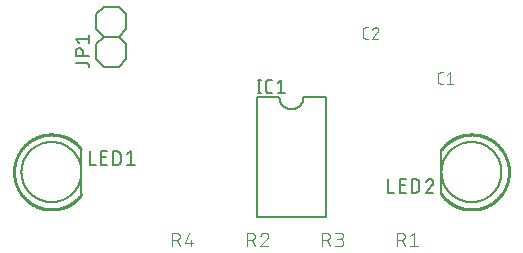
<source format=gbr>
G04 EAGLE Gerber RS-274X export*
G75*
%MOMM*%
%FSLAX34Y34*%
%LPD*%
%INSilkscreen Top*%
%IPPOS*%
%AMOC8*
5,1,8,0,0,1.08239X$1,22.5*%
G01*
%ADD10C,0.076200*%
%ADD11C,0.152400*%
%ADD12C,0.127000*%
%ADD13C,0.203200*%
%ADD14C,0.254000*%
%ADD15C,0.101600*%


D10*
X382258Y239981D02*
X380169Y239981D01*
X380080Y239983D01*
X379992Y239989D01*
X379904Y239998D01*
X379816Y240011D01*
X379729Y240028D01*
X379643Y240048D01*
X379558Y240073D01*
X379473Y240100D01*
X379390Y240132D01*
X379309Y240166D01*
X379229Y240205D01*
X379151Y240246D01*
X379074Y240291D01*
X379000Y240339D01*
X378927Y240390D01*
X378857Y240444D01*
X378790Y240502D01*
X378724Y240562D01*
X378662Y240624D01*
X378602Y240690D01*
X378544Y240757D01*
X378490Y240827D01*
X378439Y240900D01*
X378391Y240974D01*
X378346Y241051D01*
X378305Y241129D01*
X378266Y241209D01*
X378232Y241290D01*
X378200Y241373D01*
X378173Y241458D01*
X378148Y241543D01*
X378128Y241629D01*
X378111Y241716D01*
X378098Y241804D01*
X378089Y241892D01*
X378083Y241980D01*
X378081Y242069D01*
X378081Y247291D01*
X378083Y247382D01*
X378089Y247473D01*
X378099Y247564D01*
X378113Y247654D01*
X378130Y247743D01*
X378152Y247831D01*
X378178Y247919D01*
X378207Y248005D01*
X378240Y248090D01*
X378277Y248173D01*
X378317Y248255D01*
X378361Y248335D01*
X378408Y248413D01*
X378459Y248489D01*
X378512Y248562D01*
X378569Y248633D01*
X378630Y248702D01*
X378693Y248767D01*
X378758Y248830D01*
X378827Y248890D01*
X378898Y248948D01*
X378971Y249001D01*
X379047Y249052D01*
X379125Y249099D01*
X379205Y249143D01*
X379287Y249183D01*
X379370Y249220D01*
X379455Y249253D01*
X379541Y249282D01*
X379629Y249308D01*
X379717Y249330D01*
X379806Y249347D01*
X379896Y249361D01*
X379987Y249371D01*
X380078Y249377D01*
X380169Y249379D01*
X382258Y249379D01*
X385727Y247291D02*
X388337Y249379D01*
X388337Y239981D01*
X385727Y239981D02*
X390948Y239981D01*
X318758Y278081D02*
X316669Y278081D01*
X316580Y278083D01*
X316492Y278089D01*
X316404Y278098D01*
X316316Y278111D01*
X316229Y278128D01*
X316143Y278148D01*
X316058Y278173D01*
X315973Y278200D01*
X315890Y278232D01*
X315809Y278266D01*
X315729Y278305D01*
X315651Y278346D01*
X315574Y278391D01*
X315500Y278439D01*
X315427Y278490D01*
X315357Y278544D01*
X315290Y278602D01*
X315224Y278662D01*
X315162Y278724D01*
X315102Y278790D01*
X315044Y278857D01*
X314990Y278927D01*
X314939Y279000D01*
X314891Y279074D01*
X314846Y279151D01*
X314805Y279229D01*
X314766Y279309D01*
X314732Y279390D01*
X314700Y279473D01*
X314673Y279558D01*
X314648Y279643D01*
X314628Y279729D01*
X314611Y279816D01*
X314598Y279904D01*
X314589Y279992D01*
X314583Y280080D01*
X314581Y280169D01*
X314581Y285391D01*
X314583Y285482D01*
X314589Y285573D01*
X314599Y285664D01*
X314613Y285754D01*
X314630Y285843D01*
X314652Y285931D01*
X314678Y286019D01*
X314707Y286105D01*
X314740Y286190D01*
X314777Y286273D01*
X314817Y286355D01*
X314861Y286435D01*
X314908Y286513D01*
X314959Y286589D01*
X315012Y286662D01*
X315069Y286733D01*
X315130Y286802D01*
X315193Y286867D01*
X315258Y286930D01*
X315327Y286990D01*
X315398Y287048D01*
X315471Y287101D01*
X315547Y287152D01*
X315625Y287199D01*
X315705Y287243D01*
X315787Y287283D01*
X315870Y287320D01*
X315955Y287353D01*
X316041Y287382D01*
X316129Y287408D01*
X316217Y287430D01*
X316306Y287447D01*
X316396Y287461D01*
X316487Y287471D01*
X316578Y287477D01*
X316669Y287479D01*
X318758Y287479D01*
X325098Y287480D02*
X325193Y287478D01*
X325287Y287472D01*
X325381Y287463D01*
X325475Y287450D01*
X325568Y287433D01*
X325660Y287412D01*
X325752Y287387D01*
X325842Y287359D01*
X325931Y287327D01*
X326019Y287292D01*
X326105Y287253D01*
X326190Y287211D01*
X326273Y287165D01*
X326354Y287116D01*
X326433Y287064D01*
X326510Y287009D01*
X326584Y286950D01*
X326656Y286889D01*
X326726Y286825D01*
X326793Y286758D01*
X326857Y286688D01*
X326918Y286616D01*
X326977Y286542D01*
X327032Y286465D01*
X327084Y286386D01*
X327133Y286305D01*
X327179Y286222D01*
X327221Y286137D01*
X327260Y286051D01*
X327295Y285963D01*
X327327Y285874D01*
X327355Y285784D01*
X327380Y285692D01*
X327401Y285600D01*
X327418Y285507D01*
X327431Y285413D01*
X327440Y285319D01*
X327446Y285225D01*
X327448Y285130D01*
X325098Y287479D02*
X324990Y287477D01*
X324881Y287471D01*
X324773Y287461D01*
X324666Y287448D01*
X324559Y287430D01*
X324452Y287409D01*
X324347Y287384D01*
X324242Y287355D01*
X324139Y287323D01*
X324037Y287286D01*
X323936Y287246D01*
X323837Y287203D01*
X323739Y287156D01*
X323643Y287105D01*
X323549Y287051D01*
X323457Y286994D01*
X323367Y286933D01*
X323279Y286869D01*
X323194Y286803D01*
X323111Y286733D01*
X323031Y286660D01*
X322953Y286584D01*
X322878Y286506D01*
X322806Y286425D01*
X322737Y286341D01*
X322671Y286255D01*
X322608Y286167D01*
X322549Y286076D01*
X322492Y285984D01*
X322439Y285889D01*
X322390Y285793D01*
X322344Y285694D01*
X322301Y285595D01*
X322262Y285493D01*
X322227Y285391D01*
X326665Y283302D02*
X326734Y283371D01*
X326800Y283442D01*
X326864Y283515D01*
X326925Y283591D01*
X326983Y283670D01*
X327037Y283750D01*
X327089Y283833D01*
X327137Y283917D01*
X327183Y284003D01*
X327224Y284091D01*
X327263Y284181D01*
X327298Y284272D01*
X327329Y284364D01*
X327357Y284457D01*
X327381Y284551D01*
X327401Y284646D01*
X327418Y284742D01*
X327431Y284839D01*
X327440Y284936D01*
X327446Y285033D01*
X327448Y285130D01*
X326665Y283302D02*
X322227Y278081D01*
X327448Y278081D01*
D11*
X283210Y228600D02*
X283210Y127000D01*
X224790Y127000D02*
X224790Y228600D01*
X224790Y127000D02*
X283210Y127000D01*
X283210Y228600D02*
X264160Y228600D01*
X243840Y228600D02*
X224790Y228600D01*
X243840Y228600D02*
X243843Y228353D01*
X243852Y228105D01*
X243867Y227858D01*
X243888Y227612D01*
X243915Y227366D01*
X243948Y227121D01*
X243987Y226876D01*
X244032Y226633D01*
X244083Y226391D01*
X244140Y226150D01*
X244202Y225911D01*
X244271Y225673D01*
X244345Y225437D01*
X244425Y225203D01*
X244510Y224971D01*
X244602Y224741D01*
X244698Y224513D01*
X244801Y224288D01*
X244908Y224065D01*
X245022Y223845D01*
X245140Y223628D01*
X245264Y223413D01*
X245393Y223202D01*
X245527Y222994D01*
X245666Y222789D01*
X245810Y222588D01*
X245958Y222390D01*
X246112Y222196D01*
X246270Y222006D01*
X246433Y221820D01*
X246600Y221638D01*
X246772Y221460D01*
X246948Y221286D01*
X247128Y221116D01*
X247313Y220951D01*
X247501Y220791D01*
X247693Y220635D01*
X247889Y220483D01*
X248088Y220337D01*
X248291Y220195D01*
X248498Y220059D01*
X248707Y219927D01*
X248920Y219801D01*
X249136Y219680D01*
X249354Y219564D01*
X249576Y219454D01*
X249800Y219349D01*
X250026Y219249D01*
X250255Y219155D01*
X250486Y219067D01*
X250720Y218984D01*
X250955Y218907D01*
X251192Y218836D01*
X251430Y218770D01*
X251670Y218711D01*
X251912Y218657D01*
X252155Y218609D01*
X252398Y218567D01*
X252643Y218531D01*
X252889Y218501D01*
X253135Y218477D01*
X253382Y218459D01*
X253629Y218447D01*
X253876Y218441D01*
X254124Y218441D01*
X254371Y218447D01*
X254618Y218459D01*
X254865Y218477D01*
X255111Y218501D01*
X255357Y218531D01*
X255602Y218567D01*
X255845Y218609D01*
X256088Y218657D01*
X256330Y218711D01*
X256570Y218770D01*
X256808Y218836D01*
X257045Y218907D01*
X257280Y218984D01*
X257514Y219067D01*
X257745Y219155D01*
X257974Y219249D01*
X258200Y219349D01*
X258424Y219454D01*
X258646Y219564D01*
X258864Y219680D01*
X259080Y219801D01*
X259293Y219927D01*
X259502Y220059D01*
X259709Y220195D01*
X259912Y220337D01*
X260111Y220483D01*
X260307Y220635D01*
X260499Y220791D01*
X260687Y220951D01*
X260872Y221116D01*
X261052Y221286D01*
X261228Y221460D01*
X261400Y221638D01*
X261567Y221820D01*
X261730Y222006D01*
X261888Y222196D01*
X262042Y222390D01*
X262190Y222588D01*
X262334Y222789D01*
X262473Y222994D01*
X262607Y223202D01*
X262736Y223413D01*
X262860Y223628D01*
X262978Y223845D01*
X263092Y224065D01*
X263199Y224288D01*
X263302Y224513D01*
X263398Y224741D01*
X263490Y224971D01*
X263575Y225203D01*
X263655Y225437D01*
X263729Y225673D01*
X263798Y225911D01*
X263860Y226150D01*
X263917Y226391D01*
X263968Y226633D01*
X264013Y226876D01*
X264052Y227121D01*
X264085Y227366D01*
X264112Y227612D01*
X264133Y227858D01*
X264148Y228105D01*
X264157Y228353D01*
X264160Y228600D01*
D12*
X226695Y231775D02*
X226695Y243205D01*
X225425Y231775D02*
X227965Y231775D01*
X227965Y243205D02*
X225425Y243205D01*
X235167Y231775D02*
X237707Y231775D01*
X235167Y231775D02*
X235067Y231777D01*
X234968Y231783D01*
X234868Y231793D01*
X234770Y231806D01*
X234671Y231824D01*
X234574Y231845D01*
X234478Y231870D01*
X234382Y231899D01*
X234288Y231932D01*
X234195Y231968D01*
X234104Y232008D01*
X234014Y232052D01*
X233926Y232099D01*
X233840Y232149D01*
X233756Y232203D01*
X233674Y232260D01*
X233595Y232320D01*
X233517Y232384D01*
X233443Y232450D01*
X233371Y232519D01*
X233302Y232591D01*
X233236Y232665D01*
X233172Y232743D01*
X233112Y232822D01*
X233055Y232904D01*
X233001Y232988D01*
X232951Y233074D01*
X232904Y233162D01*
X232860Y233252D01*
X232820Y233343D01*
X232784Y233436D01*
X232751Y233530D01*
X232722Y233626D01*
X232697Y233722D01*
X232676Y233819D01*
X232658Y233918D01*
X232645Y234016D01*
X232635Y234116D01*
X232629Y234215D01*
X232627Y234315D01*
X232627Y240665D01*
X232629Y240765D01*
X232635Y240864D01*
X232645Y240964D01*
X232658Y241062D01*
X232676Y241161D01*
X232697Y241258D01*
X232722Y241354D01*
X232751Y241450D01*
X232784Y241544D01*
X232820Y241637D01*
X232860Y241728D01*
X232904Y241818D01*
X232951Y241906D01*
X233001Y241992D01*
X233055Y242076D01*
X233112Y242158D01*
X233172Y242237D01*
X233236Y242315D01*
X233302Y242389D01*
X233371Y242461D01*
X233443Y242530D01*
X233517Y242596D01*
X233595Y242660D01*
X233674Y242720D01*
X233756Y242777D01*
X233840Y242831D01*
X233926Y242881D01*
X234014Y242928D01*
X234104Y242972D01*
X234195Y243012D01*
X234288Y243048D01*
X234382Y243081D01*
X234478Y243110D01*
X234574Y243135D01*
X234671Y243156D01*
X234770Y243174D01*
X234868Y243187D01*
X234968Y243197D01*
X235067Y243203D01*
X235167Y243205D01*
X237707Y243205D01*
X242189Y240665D02*
X245364Y243205D01*
X245364Y231775D01*
X242189Y231775D02*
X248539Y231775D01*
D11*
X88900Y260350D02*
X88900Y273050D01*
X95250Y279400D01*
X107950Y279400D01*
X114300Y273050D01*
X107950Y254000D02*
X95250Y254000D01*
X88900Y260350D01*
X107950Y254000D02*
X114300Y260350D01*
X114300Y273050D01*
X95250Y279400D02*
X88900Y285750D01*
X88900Y298450D01*
X95250Y304800D01*
X107950Y304800D01*
X114300Y298450D01*
X114300Y285750D01*
X107950Y279400D01*
D12*
X80137Y257683D02*
X71247Y257683D01*
X80137Y257683D02*
X80237Y257681D01*
X80336Y257675D01*
X80436Y257665D01*
X80534Y257652D01*
X80633Y257634D01*
X80730Y257613D01*
X80826Y257588D01*
X80922Y257559D01*
X81016Y257526D01*
X81109Y257490D01*
X81200Y257450D01*
X81290Y257406D01*
X81378Y257359D01*
X81464Y257309D01*
X81548Y257255D01*
X81630Y257198D01*
X81709Y257138D01*
X81787Y257074D01*
X81861Y257008D01*
X81933Y256939D01*
X82002Y256867D01*
X82068Y256793D01*
X82132Y256715D01*
X82192Y256636D01*
X82249Y256554D01*
X82303Y256470D01*
X82353Y256384D01*
X82400Y256296D01*
X82444Y256206D01*
X82484Y256115D01*
X82520Y256022D01*
X82553Y255928D01*
X82582Y255832D01*
X82607Y255736D01*
X82628Y255639D01*
X82646Y255540D01*
X82659Y255442D01*
X82669Y255342D01*
X82675Y255243D01*
X82677Y255143D01*
X82677Y253873D01*
X82677Y263663D02*
X71247Y263663D01*
X71247Y266838D01*
X71249Y266949D01*
X71255Y267059D01*
X71264Y267170D01*
X71278Y267280D01*
X71295Y267389D01*
X71316Y267498D01*
X71341Y267606D01*
X71370Y267713D01*
X71402Y267819D01*
X71438Y267924D01*
X71478Y268027D01*
X71521Y268129D01*
X71568Y268230D01*
X71619Y268329D01*
X71672Y268426D01*
X71729Y268520D01*
X71790Y268613D01*
X71853Y268704D01*
X71920Y268793D01*
X71990Y268879D01*
X72063Y268962D01*
X72138Y269044D01*
X72216Y269122D01*
X72298Y269197D01*
X72381Y269270D01*
X72467Y269340D01*
X72556Y269407D01*
X72647Y269470D01*
X72740Y269531D01*
X72835Y269588D01*
X72931Y269641D01*
X73030Y269692D01*
X73131Y269739D01*
X73233Y269782D01*
X73336Y269822D01*
X73441Y269858D01*
X73547Y269890D01*
X73654Y269919D01*
X73762Y269944D01*
X73871Y269965D01*
X73980Y269982D01*
X74090Y269996D01*
X74201Y270005D01*
X74311Y270011D01*
X74422Y270013D01*
X74533Y270011D01*
X74643Y270005D01*
X74754Y269996D01*
X74864Y269982D01*
X74973Y269965D01*
X75082Y269944D01*
X75190Y269919D01*
X75297Y269890D01*
X75403Y269858D01*
X75508Y269822D01*
X75611Y269782D01*
X75713Y269739D01*
X75814Y269692D01*
X75913Y269641D01*
X76010Y269588D01*
X76104Y269531D01*
X76197Y269470D01*
X76288Y269407D01*
X76377Y269340D01*
X76463Y269270D01*
X76546Y269197D01*
X76628Y269122D01*
X76706Y269044D01*
X76781Y268962D01*
X76854Y268879D01*
X76924Y268793D01*
X76991Y268704D01*
X77054Y268613D01*
X77115Y268520D01*
X77172Y268426D01*
X77225Y268329D01*
X77276Y268230D01*
X77323Y268129D01*
X77366Y268027D01*
X77406Y267924D01*
X77442Y267819D01*
X77474Y267713D01*
X77503Y267606D01*
X77528Y267498D01*
X77549Y267389D01*
X77566Y267280D01*
X77580Y267170D01*
X77589Y267059D01*
X77595Y266949D01*
X77597Y266838D01*
X77597Y263663D01*
X73787Y274522D02*
X71247Y277697D01*
X82677Y277697D01*
X82677Y274522D02*
X82677Y280872D01*
D13*
X76200Y184150D02*
X76200Y146050D01*
D14*
X75726Y145434D01*
X75237Y144829D01*
X74733Y144237D01*
X74215Y143657D01*
X73683Y143090D01*
X73137Y142536D01*
X72578Y141996D01*
X72005Y141470D01*
X71420Y140957D01*
X70823Y140460D01*
X70214Y139977D01*
X69593Y139509D01*
X68960Y139056D01*
X68317Y138619D01*
X67663Y138198D01*
X66999Y137794D01*
X66326Y137405D01*
X65643Y137033D01*
X64951Y136678D01*
X64251Y136340D01*
X63543Y136019D01*
X62827Y135716D01*
X62103Y135430D01*
X61374Y135162D01*
X60637Y134912D01*
X59895Y134681D01*
X59147Y134467D01*
X58395Y134272D01*
X57637Y134095D01*
X56876Y133937D01*
X56111Y133797D01*
X55343Y133677D01*
X54572Y133575D01*
X53799Y133492D01*
X53024Y133428D01*
X52248Y133383D01*
X51471Y133357D01*
X50693Y133350D01*
X49916Y133362D01*
X49139Y133393D01*
X48363Y133444D01*
X47588Y133513D01*
X46816Y133601D01*
X46046Y133708D01*
X45278Y133834D01*
X44514Y133978D01*
X43754Y134142D01*
X42998Y134324D01*
X42247Y134524D01*
X41500Y134742D01*
X40760Y134979D01*
X40025Y135234D01*
X39297Y135507D01*
X38576Y135798D01*
X37862Y136106D01*
X37156Y136431D01*
X36458Y136774D01*
X35768Y137134D01*
X35088Y137510D01*
X34417Y137903D01*
X33756Y138313D01*
X33105Y138738D01*
X32465Y139179D01*
X31836Y139636D01*
X31218Y140108D01*
X30612Y140595D01*
X30018Y141097D01*
X29436Y141613D01*
X28867Y142143D01*
X28312Y142687D01*
X27769Y143245D01*
X27241Y143815D01*
X26727Y144398D01*
X26227Y144994D01*
X25742Y145602D01*
X25272Y146221D01*
X24818Y146852D01*
X24379Y147494D01*
X23955Y148146D01*
X23548Y148809D01*
X23157Y149481D01*
X22783Y150163D01*
X22426Y150853D01*
X22086Y151552D01*
X21762Y152260D01*
X21457Y152974D01*
X21168Y153697D01*
X20898Y154426D01*
X20646Y155161D01*
X20411Y155903D01*
X20195Y156650D01*
X19997Y157402D01*
X19818Y158158D01*
X19657Y158919D01*
X19515Y159683D01*
X19392Y160451D01*
X19288Y161222D01*
X19202Y161995D01*
X19136Y162769D01*
X19088Y163545D01*
X19060Y164322D01*
X19050Y165100D01*
X19060Y165878D01*
X19088Y166655D01*
X19136Y167431D01*
X19202Y168205D01*
X19288Y168978D01*
X19392Y169749D01*
X19515Y170517D01*
X19657Y171281D01*
X19818Y172042D01*
X19997Y172798D01*
X20195Y173550D01*
X20411Y174297D01*
X20646Y175039D01*
X20898Y175774D01*
X21168Y176503D01*
X21457Y177226D01*
X21762Y177940D01*
X22086Y178648D01*
X22426Y179347D01*
X22783Y180037D01*
X23157Y180719D01*
X23548Y181391D01*
X23955Y182054D01*
X24379Y182706D01*
X24818Y183348D01*
X25272Y183979D01*
X25742Y184598D01*
X26227Y185206D01*
X26727Y185802D01*
X27241Y186385D01*
X27769Y186955D01*
X28312Y187513D01*
X28867Y188057D01*
X29436Y188587D01*
X30018Y189103D01*
X30612Y189605D01*
X31218Y190092D01*
X31836Y190564D01*
X32465Y191021D01*
X33105Y191462D01*
X33756Y191887D01*
X34417Y192297D01*
X35088Y192690D01*
X35768Y193066D01*
X36458Y193426D01*
X37156Y193769D01*
X37862Y194094D01*
X38576Y194402D01*
X39297Y194693D01*
X40025Y194966D01*
X40760Y195221D01*
X41500Y195458D01*
X42247Y195676D01*
X42998Y195876D01*
X43754Y196058D01*
X44514Y196222D01*
X45278Y196366D01*
X46046Y196492D01*
X46816Y196599D01*
X47588Y196687D01*
X48363Y196756D01*
X49139Y196807D01*
X49916Y196838D01*
X50693Y196850D01*
X51471Y196843D01*
X52248Y196817D01*
X53024Y196772D01*
X53799Y196708D01*
X54572Y196625D01*
X55343Y196523D01*
X56111Y196403D01*
X56876Y196263D01*
X57637Y196105D01*
X58395Y195928D01*
X59147Y195733D01*
X59895Y195519D01*
X60637Y195288D01*
X61374Y195038D01*
X62103Y194770D01*
X62827Y194484D01*
X63543Y194181D01*
X64251Y193860D01*
X64951Y193522D01*
X65643Y193167D01*
X66326Y192795D01*
X66999Y192406D01*
X67663Y192002D01*
X68317Y191581D01*
X68960Y191144D01*
X69593Y190691D01*
X70214Y190223D01*
X70823Y189740D01*
X71420Y189243D01*
X72005Y188730D01*
X72578Y188204D01*
X73137Y187664D01*
X73683Y187110D01*
X74215Y186543D01*
X74733Y185963D01*
X75237Y185371D01*
X75726Y184766D01*
X76200Y184150D01*
D11*
X25400Y165100D02*
X25408Y165723D01*
X25431Y166346D01*
X25469Y166969D01*
X25522Y167590D01*
X25591Y168209D01*
X25675Y168827D01*
X25774Y169442D01*
X25888Y170055D01*
X26017Y170665D01*
X26161Y171272D01*
X26320Y171875D01*
X26494Y172473D01*
X26682Y173068D01*
X26885Y173657D01*
X27102Y174241D01*
X27333Y174820D01*
X27579Y175393D01*
X27839Y175960D01*
X28112Y176520D01*
X28399Y177073D01*
X28700Y177620D01*
X29014Y178158D01*
X29341Y178689D01*
X29681Y179211D01*
X30033Y179726D01*
X30399Y180231D01*
X30776Y180727D01*
X31166Y181214D01*
X31567Y181691D01*
X31980Y182158D01*
X32404Y182614D01*
X32839Y183061D01*
X33286Y183496D01*
X33742Y183920D01*
X34209Y184333D01*
X34686Y184734D01*
X35173Y185124D01*
X35669Y185501D01*
X36174Y185867D01*
X36689Y186219D01*
X37211Y186559D01*
X37742Y186886D01*
X38280Y187200D01*
X38827Y187501D01*
X39380Y187788D01*
X39940Y188061D01*
X40507Y188321D01*
X41080Y188567D01*
X41659Y188798D01*
X42243Y189015D01*
X42832Y189218D01*
X43427Y189406D01*
X44025Y189580D01*
X44628Y189739D01*
X45235Y189883D01*
X45845Y190012D01*
X46458Y190126D01*
X47073Y190225D01*
X47691Y190309D01*
X48310Y190378D01*
X48931Y190431D01*
X49554Y190469D01*
X50177Y190492D01*
X50800Y190500D01*
X51423Y190492D01*
X52046Y190469D01*
X52669Y190431D01*
X53290Y190378D01*
X53909Y190309D01*
X54527Y190225D01*
X55142Y190126D01*
X55755Y190012D01*
X56365Y189883D01*
X56972Y189739D01*
X57575Y189580D01*
X58173Y189406D01*
X58768Y189218D01*
X59357Y189015D01*
X59941Y188798D01*
X60520Y188567D01*
X61093Y188321D01*
X61660Y188061D01*
X62220Y187788D01*
X62773Y187501D01*
X63320Y187200D01*
X63858Y186886D01*
X64389Y186559D01*
X64911Y186219D01*
X65426Y185867D01*
X65931Y185501D01*
X66427Y185124D01*
X66914Y184734D01*
X67391Y184333D01*
X67858Y183920D01*
X68314Y183496D01*
X68761Y183061D01*
X69196Y182614D01*
X69620Y182158D01*
X70033Y181691D01*
X70434Y181214D01*
X70824Y180727D01*
X71201Y180231D01*
X71567Y179726D01*
X71919Y179211D01*
X72259Y178689D01*
X72586Y178158D01*
X72900Y177620D01*
X73201Y177073D01*
X73488Y176520D01*
X73761Y175960D01*
X74021Y175393D01*
X74267Y174820D01*
X74498Y174241D01*
X74715Y173657D01*
X74918Y173068D01*
X75106Y172473D01*
X75280Y171875D01*
X75439Y171272D01*
X75583Y170665D01*
X75712Y170055D01*
X75826Y169442D01*
X75925Y168827D01*
X76009Y168209D01*
X76078Y167590D01*
X76131Y166969D01*
X76169Y166346D01*
X76192Y165723D01*
X76200Y165100D01*
X76192Y164477D01*
X76169Y163854D01*
X76131Y163231D01*
X76078Y162610D01*
X76009Y161991D01*
X75925Y161373D01*
X75826Y160758D01*
X75712Y160145D01*
X75583Y159535D01*
X75439Y158928D01*
X75280Y158325D01*
X75106Y157727D01*
X74918Y157132D01*
X74715Y156543D01*
X74498Y155959D01*
X74267Y155380D01*
X74021Y154807D01*
X73761Y154240D01*
X73488Y153680D01*
X73201Y153127D01*
X72900Y152580D01*
X72586Y152042D01*
X72259Y151511D01*
X71919Y150989D01*
X71567Y150474D01*
X71201Y149969D01*
X70824Y149473D01*
X70434Y148986D01*
X70033Y148509D01*
X69620Y148042D01*
X69196Y147586D01*
X68761Y147139D01*
X68314Y146704D01*
X67858Y146280D01*
X67391Y145867D01*
X66914Y145466D01*
X66427Y145076D01*
X65931Y144699D01*
X65426Y144333D01*
X64911Y143981D01*
X64389Y143641D01*
X63858Y143314D01*
X63320Y143000D01*
X62773Y142699D01*
X62220Y142412D01*
X61660Y142139D01*
X61093Y141879D01*
X60520Y141633D01*
X59941Y141402D01*
X59357Y141185D01*
X58768Y140982D01*
X58173Y140794D01*
X57575Y140620D01*
X56972Y140461D01*
X56365Y140317D01*
X55755Y140188D01*
X55142Y140074D01*
X54527Y139975D01*
X53909Y139891D01*
X53290Y139822D01*
X52669Y139769D01*
X52046Y139731D01*
X51423Y139708D01*
X50800Y139700D01*
X50177Y139708D01*
X49554Y139731D01*
X48931Y139769D01*
X48310Y139822D01*
X47691Y139891D01*
X47073Y139975D01*
X46458Y140074D01*
X45845Y140188D01*
X45235Y140317D01*
X44628Y140461D01*
X44025Y140620D01*
X43427Y140794D01*
X42832Y140982D01*
X42243Y141185D01*
X41659Y141402D01*
X41080Y141633D01*
X40507Y141879D01*
X39940Y142139D01*
X39380Y142412D01*
X38827Y142699D01*
X38280Y143000D01*
X37742Y143314D01*
X37211Y143641D01*
X36689Y143981D01*
X36174Y144333D01*
X35669Y144699D01*
X35173Y145076D01*
X34686Y145466D01*
X34209Y145867D01*
X33742Y146280D01*
X33286Y146704D01*
X32839Y147139D01*
X32404Y147586D01*
X31980Y148042D01*
X31567Y148509D01*
X31166Y148986D01*
X30776Y149473D01*
X30399Y149969D01*
X30033Y150474D01*
X29681Y150989D01*
X29341Y151511D01*
X29014Y152042D01*
X28700Y152580D01*
X28399Y153127D01*
X28112Y153680D01*
X27839Y154240D01*
X27579Y154807D01*
X27333Y155380D01*
X27102Y155959D01*
X26885Y156543D01*
X26682Y157132D01*
X26494Y157727D01*
X26320Y158325D01*
X26161Y158928D01*
X26017Y159535D01*
X25888Y160145D01*
X25774Y160758D01*
X25675Y161373D01*
X25591Y161991D01*
X25522Y162610D01*
X25469Y163231D01*
X25431Y163854D01*
X25408Y164477D01*
X25400Y165100D01*
D12*
X83185Y171069D02*
X83185Y182499D01*
X83185Y171069D02*
X88265Y171069D01*
X93091Y171069D02*
X98171Y171069D01*
X93091Y171069D02*
X93091Y182499D01*
X98171Y182499D01*
X96901Y177419D02*
X93091Y177419D01*
X102972Y182499D02*
X102972Y171069D01*
X102972Y182499D02*
X106147Y182499D01*
X106258Y182497D01*
X106368Y182491D01*
X106479Y182482D01*
X106589Y182468D01*
X106698Y182451D01*
X106807Y182430D01*
X106915Y182405D01*
X107022Y182376D01*
X107128Y182344D01*
X107233Y182308D01*
X107336Y182268D01*
X107438Y182225D01*
X107539Y182178D01*
X107638Y182127D01*
X107735Y182074D01*
X107829Y182017D01*
X107922Y181956D01*
X108013Y181893D01*
X108102Y181826D01*
X108188Y181756D01*
X108271Y181683D01*
X108353Y181608D01*
X108431Y181530D01*
X108506Y181448D01*
X108579Y181365D01*
X108649Y181279D01*
X108716Y181190D01*
X108779Y181099D01*
X108840Y181006D01*
X108897Y180912D01*
X108950Y180815D01*
X109001Y180716D01*
X109048Y180615D01*
X109091Y180513D01*
X109131Y180410D01*
X109167Y180305D01*
X109199Y180199D01*
X109228Y180092D01*
X109253Y179984D01*
X109274Y179875D01*
X109291Y179766D01*
X109305Y179656D01*
X109314Y179545D01*
X109320Y179435D01*
X109322Y179324D01*
X109322Y174244D01*
X109320Y174133D01*
X109314Y174023D01*
X109305Y173912D01*
X109291Y173802D01*
X109274Y173693D01*
X109253Y173584D01*
X109228Y173476D01*
X109199Y173369D01*
X109167Y173263D01*
X109131Y173158D01*
X109091Y173055D01*
X109048Y172953D01*
X109001Y172852D01*
X108950Y172753D01*
X108897Y172656D01*
X108840Y172562D01*
X108779Y172469D01*
X108716Y172378D01*
X108649Y172289D01*
X108579Y172203D01*
X108506Y172120D01*
X108431Y172038D01*
X108353Y171960D01*
X108271Y171885D01*
X108188Y171812D01*
X108102Y171742D01*
X108013Y171675D01*
X107922Y171612D01*
X107829Y171551D01*
X107734Y171494D01*
X107638Y171441D01*
X107539Y171390D01*
X107438Y171343D01*
X107336Y171300D01*
X107233Y171260D01*
X107128Y171224D01*
X107022Y171192D01*
X106915Y171163D01*
X106807Y171138D01*
X106698Y171117D01*
X106589Y171100D01*
X106479Y171086D01*
X106368Y171077D01*
X106258Y171071D01*
X106147Y171069D01*
X102972Y171069D01*
X114783Y179959D02*
X117958Y182499D01*
X117958Y171069D01*
X114783Y171069D02*
X121133Y171069D01*
D13*
X381000Y184150D02*
X381000Y146050D01*
D14*
X381474Y145434D01*
X381963Y144829D01*
X382467Y144237D01*
X382985Y143657D01*
X383517Y143090D01*
X384063Y142536D01*
X384622Y141996D01*
X385195Y141470D01*
X385780Y140957D01*
X386377Y140460D01*
X386986Y139977D01*
X387607Y139509D01*
X388240Y139056D01*
X388883Y138619D01*
X389537Y138198D01*
X390201Y137794D01*
X390874Y137405D01*
X391557Y137033D01*
X392249Y136678D01*
X392949Y136340D01*
X393657Y136019D01*
X394373Y135716D01*
X395097Y135430D01*
X395826Y135162D01*
X396563Y134912D01*
X397305Y134681D01*
X398053Y134467D01*
X398805Y134272D01*
X399563Y134095D01*
X400324Y133937D01*
X401089Y133797D01*
X401857Y133677D01*
X402628Y133575D01*
X403401Y133492D01*
X404176Y133428D01*
X404952Y133383D01*
X405729Y133357D01*
X406507Y133350D01*
X407284Y133362D01*
X408061Y133393D01*
X408837Y133444D01*
X409612Y133513D01*
X410384Y133601D01*
X411154Y133708D01*
X411922Y133834D01*
X412686Y133978D01*
X413446Y134142D01*
X414202Y134324D01*
X414953Y134524D01*
X415700Y134742D01*
X416440Y134979D01*
X417175Y135234D01*
X417903Y135507D01*
X418624Y135798D01*
X419338Y136106D01*
X420044Y136431D01*
X420742Y136774D01*
X421432Y137134D01*
X422112Y137510D01*
X422783Y137903D01*
X423444Y138313D01*
X424095Y138738D01*
X424735Y139179D01*
X425364Y139636D01*
X425982Y140108D01*
X426588Y140595D01*
X427182Y141097D01*
X427764Y141613D01*
X428333Y142143D01*
X428888Y142687D01*
X429431Y143245D01*
X429959Y143815D01*
X430473Y144398D01*
X430973Y144994D01*
X431458Y145602D01*
X431928Y146221D01*
X432382Y146852D01*
X432821Y147494D01*
X433245Y148146D01*
X433652Y148809D01*
X434043Y149481D01*
X434417Y150163D01*
X434774Y150853D01*
X435114Y151552D01*
X435438Y152260D01*
X435743Y152974D01*
X436032Y153697D01*
X436302Y154426D01*
X436554Y155161D01*
X436789Y155903D01*
X437005Y156650D01*
X437203Y157402D01*
X437382Y158158D01*
X437543Y158919D01*
X437685Y159683D01*
X437808Y160451D01*
X437912Y161222D01*
X437998Y161995D01*
X438064Y162769D01*
X438112Y163545D01*
X438140Y164322D01*
X438150Y165100D01*
X438140Y165878D01*
X438112Y166655D01*
X438064Y167431D01*
X437998Y168205D01*
X437912Y168978D01*
X437808Y169749D01*
X437685Y170517D01*
X437543Y171281D01*
X437382Y172042D01*
X437203Y172798D01*
X437005Y173550D01*
X436789Y174297D01*
X436554Y175039D01*
X436302Y175774D01*
X436032Y176503D01*
X435743Y177226D01*
X435438Y177940D01*
X435114Y178648D01*
X434774Y179347D01*
X434417Y180037D01*
X434043Y180719D01*
X433652Y181391D01*
X433245Y182054D01*
X432821Y182706D01*
X432382Y183348D01*
X431928Y183979D01*
X431458Y184598D01*
X430973Y185206D01*
X430473Y185802D01*
X429959Y186385D01*
X429431Y186955D01*
X428888Y187513D01*
X428333Y188057D01*
X427764Y188587D01*
X427182Y189103D01*
X426588Y189605D01*
X425982Y190092D01*
X425364Y190564D01*
X424735Y191021D01*
X424095Y191462D01*
X423444Y191887D01*
X422783Y192297D01*
X422112Y192690D01*
X421432Y193066D01*
X420742Y193426D01*
X420044Y193769D01*
X419338Y194094D01*
X418624Y194402D01*
X417903Y194693D01*
X417175Y194966D01*
X416440Y195221D01*
X415700Y195458D01*
X414953Y195676D01*
X414202Y195876D01*
X413446Y196058D01*
X412686Y196222D01*
X411922Y196366D01*
X411154Y196492D01*
X410384Y196599D01*
X409612Y196687D01*
X408837Y196756D01*
X408061Y196807D01*
X407284Y196838D01*
X406507Y196850D01*
X405729Y196843D01*
X404952Y196817D01*
X404176Y196772D01*
X403401Y196708D01*
X402628Y196625D01*
X401857Y196523D01*
X401089Y196403D01*
X400324Y196263D01*
X399563Y196105D01*
X398805Y195928D01*
X398053Y195733D01*
X397305Y195519D01*
X396563Y195288D01*
X395826Y195038D01*
X395097Y194770D01*
X394373Y194484D01*
X393657Y194181D01*
X392949Y193860D01*
X392249Y193522D01*
X391557Y193167D01*
X390874Y192795D01*
X390201Y192406D01*
X389537Y192002D01*
X388883Y191581D01*
X388240Y191144D01*
X387607Y190691D01*
X386986Y190223D01*
X386377Y189740D01*
X385780Y189243D01*
X385195Y188730D01*
X384622Y188204D01*
X384063Y187664D01*
X383517Y187110D01*
X382985Y186543D01*
X382467Y185963D01*
X381963Y185371D01*
X381474Y184766D01*
X381000Y184150D01*
D11*
X381000Y165100D02*
X381008Y165723D01*
X381031Y166346D01*
X381069Y166969D01*
X381122Y167590D01*
X381191Y168209D01*
X381275Y168827D01*
X381374Y169442D01*
X381488Y170055D01*
X381617Y170665D01*
X381761Y171272D01*
X381920Y171875D01*
X382094Y172473D01*
X382282Y173068D01*
X382485Y173657D01*
X382702Y174241D01*
X382933Y174820D01*
X383179Y175393D01*
X383439Y175960D01*
X383712Y176520D01*
X383999Y177073D01*
X384300Y177620D01*
X384614Y178158D01*
X384941Y178689D01*
X385281Y179211D01*
X385633Y179726D01*
X385999Y180231D01*
X386376Y180727D01*
X386766Y181214D01*
X387167Y181691D01*
X387580Y182158D01*
X388004Y182614D01*
X388439Y183061D01*
X388886Y183496D01*
X389342Y183920D01*
X389809Y184333D01*
X390286Y184734D01*
X390773Y185124D01*
X391269Y185501D01*
X391774Y185867D01*
X392289Y186219D01*
X392811Y186559D01*
X393342Y186886D01*
X393880Y187200D01*
X394427Y187501D01*
X394980Y187788D01*
X395540Y188061D01*
X396107Y188321D01*
X396680Y188567D01*
X397259Y188798D01*
X397843Y189015D01*
X398432Y189218D01*
X399027Y189406D01*
X399625Y189580D01*
X400228Y189739D01*
X400835Y189883D01*
X401445Y190012D01*
X402058Y190126D01*
X402673Y190225D01*
X403291Y190309D01*
X403910Y190378D01*
X404531Y190431D01*
X405154Y190469D01*
X405777Y190492D01*
X406400Y190500D01*
X407023Y190492D01*
X407646Y190469D01*
X408269Y190431D01*
X408890Y190378D01*
X409509Y190309D01*
X410127Y190225D01*
X410742Y190126D01*
X411355Y190012D01*
X411965Y189883D01*
X412572Y189739D01*
X413175Y189580D01*
X413773Y189406D01*
X414368Y189218D01*
X414957Y189015D01*
X415541Y188798D01*
X416120Y188567D01*
X416693Y188321D01*
X417260Y188061D01*
X417820Y187788D01*
X418373Y187501D01*
X418920Y187200D01*
X419458Y186886D01*
X419989Y186559D01*
X420511Y186219D01*
X421026Y185867D01*
X421531Y185501D01*
X422027Y185124D01*
X422514Y184734D01*
X422991Y184333D01*
X423458Y183920D01*
X423914Y183496D01*
X424361Y183061D01*
X424796Y182614D01*
X425220Y182158D01*
X425633Y181691D01*
X426034Y181214D01*
X426424Y180727D01*
X426801Y180231D01*
X427167Y179726D01*
X427519Y179211D01*
X427859Y178689D01*
X428186Y178158D01*
X428500Y177620D01*
X428801Y177073D01*
X429088Y176520D01*
X429361Y175960D01*
X429621Y175393D01*
X429867Y174820D01*
X430098Y174241D01*
X430315Y173657D01*
X430518Y173068D01*
X430706Y172473D01*
X430880Y171875D01*
X431039Y171272D01*
X431183Y170665D01*
X431312Y170055D01*
X431426Y169442D01*
X431525Y168827D01*
X431609Y168209D01*
X431678Y167590D01*
X431731Y166969D01*
X431769Y166346D01*
X431792Y165723D01*
X431800Y165100D01*
X431792Y164477D01*
X431769Y163854D01*
X431731Y163231D01*
X431678Y162610D01*
X431609Y161991D01*
X431525Y161373D01*
X431426Y160758D01*
X431312Y160145D01*
X431183Y159535D01*
X431039Y158928D01*
X430880Y158325D01*
X430706Y157727D01*
X430518Y157132D01*
X430315Y156543D01*
X430098Y155959D01*
X429867Y155380D01*
X429621Y154807D01*
X429361Y154240D01*
X429088Y153680D01*
X428801Y153127D01*
X428500Y152580D01*
X428186Y152042D01*
X427859Y151511D01*
X427519Y150989D01*
X427167Y150474D01*
X426801Y149969D01*
X426424Y149473D01*
X426034Y148986D01*
X425633Y148509D01*
X425220Y148042D01*
X424796Y147586D01*
X424361Y147139D01*
X423914Y146704D01*
X423458Y146280D01*
X422991Y145867D01*
X422514Y145466D01*
X422027Y145076D01*
X421531Y144699D01*
X421026Y144333D01*
X420511Y143981D01*
X419989Y143641D01*
X419458Y143314D01*
X418920Y143000D01*
X418373Y142699D01*
X417820Y142412D01*
X417260Y142139D01*
X416693Y141879D01*
X416120Y141633D01*
X415541Y141402D01*
X414957Y141185D01*
X414368Y140982D01*
X413773Y140794D01*
X413175Y140620D01*
X412572Y140461D01*
X411965Y140317D01*
X411355Y140188D01*
X410742Y140074D01*
X410127Y139975D01*
X409509Y139891D01*
X408890Y139822D01*
X408269Y139769D01*
X407646Y139731D01*
X407023Y139708D01*
X406400Y139700D01*
X405777Y139708D01*
X405154Y139731D01*
X404531Y139769D01*
X403910Y139822D01*
X403291Y139891D01*
X402673Y139975D01*
X402058Y140074D01*
X401445Y140188D01*
X400835Y140317D01*
X400228Y140461D01*
X399625Y140620D01*
X399027Y140794D01*
X398432Y140982D01*
X397843Y141185D01*
X397259Y141402D01*
X396680Y141633D01*
X396107Y141879D01*
X395540Y142139D01*
X394980Y142412D01*
X394427Y142699D01*
X393880Y143000D01*
X393342Y143314D01*
X392811Y143641D01*
X392289Y143981D01*
X391774Y144333D01*
X391269Y144699D01*
X390773Y145076D01*
X390286Y145466D01*
X389809Y145867D01*
X389342Y146280D01*
X388886Y146704D01*
X388439Y147139D01*
X388004Y147586D01*
X387580Y148042D01*
X387167Y148509D01*
X386766Y148986D01*
X386376Y149473D01*
X385999Y149969D01*
X385633Y150474D01*
X385281Y150989D01*
X384941Y151511D01*
X384614Y152042D01*
X384300Y152580D01*
X383999Y153127D01*
X383712Y153680D01*
X383439Y154240D01*
X383179Y154807D01*
X382933Y155380D01*
X382702Y155959D01*
X382485Y156543D01*
X382282Y157132D01*
X382094Y157727D01*
X381920Y158325D01*
X381761Y158928D01*
X381617Y159535D01*
X381488Y160145D01*
X381374Y160758D01*
X381275Y161373D01*
X381191Y161991D01*
X381122Y162610D01*
X381069Y163231D01*
X381031Y163854D01*
X381008Y164477D01*
X381000Y165100D01*
D12*
X336067Y159131D02*
X336067Y147701D01*
X341147Y147701D01*
X345973Y147701D02*
X351053Y147701D01*
X345973Y147701D02*
X345973Y159131D01*
X351053Y159131D01*
X349783Y154051D02*
X345973Y154051D01*
X355854Y159131D02*
X355854Y147701D01*
X355854Y159131D02*
X359029Y159131D01*
X359140Y159129D01*
X359250Y159123D01*
X359361Y159114D01*
X359471Y159100D01*
X359580Y159083D01*
X359689Y159062D01*
X359797Y159037D01*
X359904Y159008D01*
X360010Y158976D01*
X360115Y158940D01*
X360218Y158900D01*
X360320Y158857D01*
X360421Y158810D01*
X360520Y158759D01*
X360617Y158706D01*
X360711Y158649D01*
X360804Y158588D01*
X360895Y158525D01*
X360984Y158458D01*
X361070Y158388D01*
X361153Y158315D01*
X361235Y158240D01*
X361313Y158162D01*
X361388Y158080D01*
X361461Y157997D01*
X361531Y157911D01*
X361598Y157822D01*
X361661Y157731D01*
X361722Y157638D01*
X361779Y157544D01*
X361832Y157447D01*
X361883Y157348D01*
X361930Y157247D01*
X361973Y157145D01*
X362013Y157042D01*
X362049Y156937D01*
X362081Y156831D01*
X362110Y156724D01*
X362135Y156616D01*
X362156Y156507D01*
X362173Y156398D01*
X362187Y156288D01*
X362196Y156177D01*
X362202Y156067D01*
X362204Y155956D01*
X362204Y150876D01*
X362202Y150765D01*
X362196Y150655D01*
X362187Y150544D01*
X362173Y150434D01*
X362156Y150325D01*
X362135Y150216D01*
X362110Y150108D01*
X362081Y150001D01*
X362049Y149895D01*
X362013Y149790D01*
X361973Y149687D01*
X361930Y149585D01*
X361883Y149484D01*
X361832Y149385D01*
X361779Y149288D01*
X361722Y149194D01*
X361661Y149101D01*
X361598Y149010D01*
X361531Y148921D01*
X361461Y148835D01*
X361388Y148752D01*
X361313Y148670D01*
X361235Y148592D01*
X361153Y148517D01*
X361070Y148444D01*
X360984Y148374D01*
X360895Y148307D01*
X360804Y148244D01*
X360711Y148183D01*
X360617Y148126D01*
X360520Y148073D01*
X360421Y148022D01*
X360320Y147975D01*
X360218Y147932D01*
X360115Y147892D01*
X360010Y147856D01*
X359904Y147824D01*
X359797Y147795D01*
X359689Y147770D01*
X359580Y147749D01*
X359471Y147732D01*
X359361Y147718D01*
X359250Y147709D01*
X359140Y147703D01*
X359029Y147701D01*
X355854Y147701D01*
X371158Y159132D02*
X371262Y159130D01*
X371367Y159124D01*
X371471Y159115D01*
X371574Y159102D01*
X371677Y159084D01*
X371779Y159064D01*
X371881Y159039D01*
X371981Y159011D01*
X372081Y158979D01*
X372179Y158943D01*
X372276Y158904D01*
X372371Y158862D01*
X372465Y158816D01*
X372557Y158766D01*
X372647Y158714D01*
X372735Y158658D01*
X372821Y158598D01*
X372905Y158536D01*
X372986Y158471D01*
X373065Y158403D01*
X373142Y158331D01*
X373215Y158258D01*
X373287Y158181D01*
X373355Y158102D01*
X373420Y158021D01*
X373482Y157937D01*
X373542Y157851D01*
X373598Y157763D01*
X373650Y157673D01*
X373700Y157581D01*
X373746Y157487D01*
X373788Y157392D01*
X373827Y157295D01*
X373863Y157197D01*
X373895Y157097D01*
X373923Y156997D01*
X373948Y156895D01*
X373968Y156793D01*
X373986Y156690D01*
X373999Y156587D01*
X374008Y156483D01*
X374014Y156378D01*
X374016Y156274D01*
X371158Y159131D02*
X371040Y159129D01*
X370921Y159123D01*
X370803Y159114D01*
X370686Y159101D01*
X370569Y159083D01*
X370452Y159063D01*
X370336Y159038D01*
X370221Y159010D01*
X370108Y158977D01*
X369995Y158942D01*
X369883Y158902D01*
X369773Y158860D01*
X369664Y158813D01*
X369556Y158763D01*
X369451Y158710D01*
X369347Y158653D01*
X369245Y158593D01*
X369145Y158530D01*
X369047Y158463D01*
X368951Y158394D01*
X368858Y158321D01*
X368767Y158245D01*
X368678Y158167D01*
X368592Y158085D01*
X368509Y158001D01*
X368428Y157915D01*
X368351Y157825D01*
X368276Y157734D01*
X368204Y157640D01*
X368135Y157543D01*
X368070Y157445D01*
X368007Y157344D01*
X367948Y157241D01*
X367892Y157137D01*
X367840Y157031D01*
X367791Y156923D01*
X367746Y156814D01*
X367704Y156703D01*
X367666Y156591D01*
X373063Y154052D02*
X373139Y154127D01*
X373214Y154206D01*
X373285Y154287D01*
X373354Y154371D01*
X373419Y154457D01*
X373481Y154545D01*
X373541Y154635D01*
X373597Y154727D01*
X373650Y154822D01*
X373699Y154918D01*
X373745Y155016D01*
X373788Y155115D01*
X373827Y155216D01*
X373862Y155318D01*
X373894Y155421D01*
X373922Y155525D01*
X373947Y155630D01*
X373968Y155737D01*
X373985Y155843D01*
X373998Y155950D01*
X374007Y156058D01*
X374013Y156166D01*
X374015Y156274D01*
X373063Y154051D02*
X367665Y147701D01*
X374015Y147701D01*
D15*
X343408Y113792D02*
X343408Y102108D01*
X343408Y113792D02*
X346654Y113792D01*
X346767Y113790D01*
X346880Y113784D01*
X346993Y113774D01*
X347106Y113760D01*
X347218Y113743D01*
X347329Y113721D01*
X347439Y113696D01*
X347549Y113666D01*
X347657Y113633D01*
X347764Y113596D01*
X347870Y113556D01*
X347974Y113511D01*
X348077Y113463D01*
X348178Y113412D01*
X348277Y113357D01*
X348374Y113299D01*
X348469Y113237D01*
X348562Y113172D01*
X348652Y113104D01*
X348740Y113033D01*
X348826Y112958D01*
X348909Y112881D01*
X348989Y112801D01*
X349066Y112718D01*
X349141Y112632D01*
X349212Y112544D01*
X349280Y112454D01*
X349345Y112361D01*
X349407Y112266D01*
X349465Y112169D01*
X349520Y112070D01*
X349571Y111969D01*
X349619Y111866D01*
X349664Y111762D01*
X349704Y111656D01*
X349741Y111549D01*
X349774Y111441D01*
X349804Y111331D01*
X349829Y111221D01*
X349851Y111110D01*
X349868Y110998D01*
X349882Y110885D01*
X349892Y110772D01*
X349898Y110659D01*
X349900Y110546D01*
X349898Y110433D01*
X349892Y110320D01*
X349882Y110207D01*
X349868Y110094D01*
X349851Y109982D01*
X349829Y109871D01*
X349804Y109761D01*
X349774Y109651D01*
X349741Y109543D01*
X349704Y109436D01*
X349664Y109330D01*
X349619Y109226D01*
X349571Y109123D01*
X349520Y109022D01*
X349465Y108923D01*
X349407Y108826D01*
X349345Y108731D01*
X349280Y108638D01*
X349212Y108548D01*
X349141Y108460D01*
X349066Y108374D01*
X348989Y108291D01*
X348909Y108211D01*
X348826Y108134D01*
X348740Y108059D01*
X348652Y107988D01*
X348562Y107920D01*
X348469Y107855D01*
X348374Y107793D01*
X348277Y107735D01*
X348178Y107680D01*
X348077Y107629D01*
X347974Y107581D01*
X347870Y107536D01*
X347764Y107496D01*
X347657Y107459D01*
X347549Y107426D01*
X347439Y107396D01*
X347329Y107371D01*
X347218Y107349D01*
X347106Y107332D01*
X346993Y107318D01*
X346880Y107308D01*
X346767Y107302D01*
X346654Y107300D01*
X346654Y107301D02*
X343408Y107301D01*
X347303Y107301D02*
X349899Y102108D01*
X354764Y111196D02*
X358010Y113792D01*
X358010Y102108D01*
X361255Y102108D02*
X354764Y102108D01*
X216408Y102108D02*
X216408Y113792D01*
X219654Y113792D01*
X219767Y113790D01*
X219880Y113784D01*
X219993Y113774D01*
X220106Y113760D01*
X220218Y113743D01*
X220329Y113721D01*
X220439Y113696D01*
X220549Y113666D01*
X220657Y113633D01*
X220764Y113596D01*
X220870Y113556D01*
X220974Y113511D01*
X221077Y113463D01*
X221178Y113412D01*
X221277Y113357D01*
X221374Y113299D01*
X221469Y113237D01*
X221562Y113172D01*
X221652Y113104D01*
X221740Y113033D01*
X221826Y112958D01*
X221909Y112881D01*
X221989Y112801D01*
X222066Y112718D01*
X222141Y112632D01*
X222212Y112544D01*
X222280Y112454D01*
X222345Y112361D01*
X222407Y112266D01*
X222465Y112169D01*
X222520Y112070D01*
X222571Y111969D01*
X222619Y111866D01*
X222664Y111762D01*
X222704Y111656D01*
X222741Y111549D01*
X222774Y111441D01*
X222804Y111331D01*
X222829Y111221D01*
X222851Y111110D01*
X222868Y110998D01*
X222882Y110885D01*
X222892Y110772D01*
X222898Y110659D01*
X222900Y110546D01*
X222898Y110433D01*
X222892Y110320D01*
X222882Y110207D01*
X222868Y110094D01*
X222851Y109982D01*
X222829Y109871D01*
X222804Y109761D01*
X222774Y109651D01*
X222741Y109543D01*
X222704Y109436D01*
X222664Y109330D01*
X222619Y109226D01*
X222571Y109123D01*
X222520Y109022D01*
X222465Y108923D01*
X222407Y108826D01*
X222345Y108731D01*
X222280Y108638D01*
X222212Y108548D01*
X222141Y108460D01*
X222066Y108374D01*
X221989Y108291D01*
X221909Y108211D01*
X221826Y108134D01*
X221740Y108059D01*
X221652Y107988D01*
X221562Y107920D01*
X221469Y107855D01*
X221374Y107793D01*
X221277Y107735D01*
X221178Y107680D01*
X221077Y107629D01*
X220974Y107581D01*
X220870Y107536D01*
X220764Y107496D01*
X220657Y107459D01*
X220549Y107426D01*
X220439Y107396D01*
X220329Y107371D01*
X220218Y107349D01*
X220106Y107332D01*
X219993Y107318D01*
X219880Y107308D01*
X219767Y107302D01*
X219654Y107300D01*
X219654Y107301D02*
X216408Y107301D01*
X220303Y107301D02*
X222899Y102108D01*
X234255Y110871D02*
X234253Y110978D01*
X234247Y111084D01*
X234237Y111190D01*
X234224Y111296D01*
X234206Y111402D01*
X234185Y111506D01*
X234160Y111610D01*
X234131Y111713D01*
X234099Y111814D01*
X234062Y111914D01*
X234022Y112013D01*
X233979Y112111D01*
X233932Y112207D01*
X233881Y112301D01*
X233827Y112393D01*
X233770Y112483D01*
X233710Y112571D01*
X233646Y112656D01*
X233579Y112739D01*
X233509Y112820D01*
X233437Y112898D01*
X233361Y112974D01*
X233283Y113046D01*
X233202Y113116D01*
X233119Y113183D01*
X233034Y113247D01*
X232946Y113307D01*
X232856Y113364D01*
X232764Y113418D01*
X232670Y113469D01*
X232574Y113516D01*
X232476Y113559D01*
X232377Y113599D01*
X232277Y113636D01*
X232176Y113668D01*
X232073Y113697D01*
X231969Y113722D01*
X231865Y113743D01*
X231759Y113761D01*
X231653Y113774D01*
X231547Y113784D01*
X231441Y113790D01*
X231334Y113792D01*
X231213Y113790D01*
X231092Y113784D01*
X230972Y113774D01*
X230851Y113761D01*
X230732Y113743D01*
X230612Y113722D01*
X230494Y113697D01*
X230377Y113668D01*
X230260Y113635D01*
X230145Y113599D01*
X230031Y113558D01*
X229918Y113515D01*
X229806Y113467D01*
X229697Y113416D01*
X229589Y113361D01*
X229482Y113303D01*
X229378Y113242D01*
X229276Y113177D01*
X229176Y113109D01*
X229078Y113038D01*
X228982Y112964D01*
X228889Y112887D01*
X228799Y112806D01*
X228711Y112723D01*
X228626Y112637D01*
X228543Y112548D01*
X228464Y112457D01*
X228387Y112363D01*
X228314Y112267D01*
X228244Y112169D01*
X228177Y112068D01*
X228113Y111965D01*
X228053Y111860D01*
X227996Y111753D01*
X227942Y111645D01*
X227892Y111535D01*
X227846Y111423D01*
X227803Y111310D01*
X227764Y111195D01*
X233282Y108599D02*
X233361Y108676D01*
X233437Y108757D01*
X233510Y108840D01*
X233580Y108925D01*
X233647Y109013D01*
X233711Y109103D01*
X233771Y109195D01*
X233828Y109290D01*
X233882Y109386D01*
X233933Y109484D01*
X233980Y109584D01*
X234024Y109686D01*
X234064Y109789D01*
X234100Y109893D01*
X234132Y109999D01*
X234161Y110105D01*
X234186Y110213D01*
X234208Y110321D01*
X234225Y110431D01*
X234239Y110540D01*
X234248Y110650D01*
X234254Y110761D01*
X234256Y110871D01*
X233282Y108599D02*
X227764Y102108D01*
X234255Y102108D01*
X279908Y102108D02*
X279908Y113792D01*
X283154Y113792D01*
X283267Y113790D01*
X283380Y113784D01*
X283493Y113774D01*
X283606Y113760D01*
X283718Y113743D01*
X283829Y113721D01*
X283939Y113696D01*
X284049Y113666D01*
X284157Y113633D01*
X284264Y113596D01*
X284370Y113556D01*
X284474Y113511D01*
X284577Y113463D01*
X284678Y113412D01*
X284777Y113357D01*
X284874Y113299D01*
X284969Y113237D01*
X285062Y113172D01*
X285152Y113104D01*
X285240Y113033D01*
X285326Y112958D01*
X285409Y112881D01*
X285489Y112801D01*
X285566Y112718D01*
X285641Y112632D01*
X285712Y112544D01*
X285780Y112454D01*
X285845Y112361D01*
X285907Y112266D01*
X285965Y112169D01*
X286020Y112070D01*
X286071Y111969D01*
X286119Y111866D01*
X286164Y111762D01*
X286204Y111656D01*
X286241Y111549D01*
X286274Y111441D01*
X286304Y111331D01*
X286329Y111221D01*
X286351Y111110D01*
X286368Y110998D01*
X286382Y110885D01*
X286392Y110772D01*
X286398Y110659D01*
X286400Y110546D01*
X286398Y110433D01*
X286392Y110320D01*
X286382Y110207D01*
X286368Y110094D01*
X286351Y109982D01*
X286329Y109871D01*
X286304Y109761D01*
X286274Y109651D01*
X286241Y109543D01*
X286204Y109436D01*
X286164Y109330D01*
X286119Y109226D01*
X286071Y109123D01*
X286020Y109022D01*
X285965Y108923D01*
X285907Y108826D01*
X285845Y108731D01*
X285780Y108638D01*
X285712Y108548D01*
X285641Y108460D01*
X285566Y108374D01*
X285489Y108291D01*
X285409Y108211D01*
X285326Y108134D01*
X285240Y108059D01*
X285152Y107988D01*
X285062Y107920D01*
X284969Y107855D01*
X284874Y107793D01*
X284777Y107735D01*
X284678Y107680D01*
X284577Y107629D01*
X284474Y107581D01*
X284370Y107536D01*
X284264Y107496D01*
X284157Y107459D01*
X284049Y107426D01*
X283939Y107396D01*
X283829Y107371D01*
X283718Y107349D01*
X283606Y107332D01*
X283493Y107318D01*
X283380Y107308D01*
X283267Y107302D01*
X283154Y107300D01*
X283154Y107301D02*
X279908Y107301D01*
X283803Y107301D02*
X286399Y102108D01*
X291264Y102108D02*
X294510Y102108D01*
X294623Y102110D01*
X294736Y102116D01*
X294849Y102126D01*
X294962Y102140D01*
X295074Y102157D01*
X295185Y102179D01*
X295295Y102204D01*
X295405Y102234D01*
X295513Y102267D01*
X295620Y102304D01*
X295726Y102344D01*
X295830Y102389D01*
X295933Y102437D01*
X296034Y102488D01*
X296133Y102543D01*
X296230Y102601D01*
X296325Y102663D01*
X296418Y102728D01*
X296508Y102796D01*
X296596Y102867D01*
X296682Y102942D01*
X296765Y103019D01*
X296845Y103099D01*
X296922Y103182D01*
X296997Y103268D01*
X297068Y103356D01*
X297136Y103446D01*
X297201Y103539D01*
X297263Y103634D01*
X297321Y103731D01*
X297376Y103830D01*
X297427Y103931D01*
X297475Y104034D01*
X297520Y104138D01*
X297560Y104244D01*
X297597Y104351D01*
X297630Y104459D01*
X297660Y104569D01*
X297685Y104679D01*
X297707Y104790D01*
X297724Y104902D01*
X297738Y105015D01*
X297748Y105128D01*
X297754Y105241D01*
X297756Y105354D01*
X297754Y105467D01*
X297748Y105580D01*
X297738Y105693D01*
X297724Y105806D01*
X297707Y105918D01*
X297685Y106029D01*
X297660Y106139D01*
X297630Y106249D01*
X297597Y106357D01*
X297560Y106464D01*
X297520Y106570D01*
X297475Y106674D01*
X297427Y106777D01*
X297376Y106878D01*
X297321Y106977D01*
X297263Y107074D01*
X297201Y107169D01*
X297136Y107262D01*
X297068Y107352D01*
X296997Y107440D01*
X296922Y107526D01*
X296845Y107609D01*
X296765Y107689D01*
X296682Y107766D01*
X296596Y107841D01*
X296508Y107912D01*
X296418Y107980D01*
X296325Y108045D01*
X296230Y108107D01*
X296133Y108165D01*
X296034Y108220D01*
X295933Y108271D01*
X295830Y108319D01*
X295726Y108364D01*
X295620Y108404D01*
X295513Y108441D01*
X295405Y108474D01*
X295295Y108504D01*
X295185Y108529D01*
X295074Y108551D01*
X294962Y108568D01*
X294849Y108582D01*
X294736Y108592D01*
X294623Y108598D01*
X294510Y108600D01*
X295159Y113792D02*
X291264Y113792D01*
X295159Y113792D02*
X295260Y113790D01*
X295360Y113784D01*
X295460Y113774D01*
X295560Y113761D01*
X295659Y113743D01*
X295758Y113722D01*
X295855Y113697D01*
X295952Y113668D01*
X296047Y113635D01*
X296141Y113599D01*
X296233Y113559D01*
X296324Y113516D01*
X296413Y113469D01*
X296500Y113419D01*
X296586Y113365D01*
X296669Y113308D01*
X296749Y113248D01*
X296828Y113185D01*
X296904Y113118D01*
X296977Y113049D01*
X297047Y112977D01*
X297115Y112903D01*
X297180Y112826D01*
X297241Y112746D01*
X297300Y112664D01*
X297355Y112580D01*
X297407Y112494D01*
X297456Y112406D01*
X297501Y112316D01*
X297543Y112224D01*
X297581Y112131D01*
X297615Y112036D01*
X297646Y111941D01*
X297673Y111844D01*
X297696Y111746D01*
X297716Y111647D01*
X297731Y111547D01*
X297743Y111447D01*
X297751Y111347D01*
X297755Y111246D01*
X297755Y111146D01*
X297751Y111045D01*
X297743Y110945D01*
X297731Y110845D01*
X297716Y110745D01*
X297696Y110646D01*
X297673Y110548D01*
X297646Y110451D01*
X297615Y110356D01*
X297581Y110261D01*
X297543Y110168D01*
X297501Y110076D01*
X297456Y109986D01*
X297407Y109898D01*
X297355Y109812D01*
X297300Y109728D01*
X297241Y109646D01*
X297180Y109566D01*
X297115Y109489D01*
X297047Y109415D01*
X296977Y109343D01*
X296904Y109274D01*
X296828Y109207D01*
X296749Y109144D01*
X296669Y109084D01*
X296586Y109027D01*
X296500Y108973D01*
X296413Y108923D01*
X296324Y108876D01*
X296233Y108833D01*
X296141Y108793D01*
X296047Y108757D01*
X295952Y108724D01*
X295855Y108695D01*
X295758Y108670D01*
X295659Y108649D01*
X295560Y108631D01*
X295460Y108618D01*
X295360Y108608D01*
X295260Y108602D01*
X295159Y108600D01*
X295159Y108599D02*
X292563Y108599D01*
X152908Y113792D02*
X152908Y102108D01*
X152908Y113792D02*
X156154Y113792D01*
X156267Y113790D01*
X156380Y113784D01*
X156493Y113774D01*
X156606Y113760D01*
X156718Y113743D01*
X156829Y113721D01*
X156939Y113696D01*
X157049Y113666D01*
X157157Y113633D01*
X157264Y113596D01*
X157370Y113556D01*
X157474Y113511D01*
X157577Y113463D01*
X157678Y113412D01*
X157777Y113357D01*
X157874Y113299D01*
X157969Y113237D01*
X158062Y113172D01*
X158152Y113104D01*
X158240Y113033D01*
X158326Y112958D01*
X158409Y112881D01*
X158489Y112801D01*
X158566Y112718D01*
X158641Y112632D01*
X158712Y112544D01*
X158780Y112454D01*
X158845Y112361D01*
X158907Y112266D01*
X158965Y112169D01*
X159020Y112070D01*
X159071Y111969D01*
X159119Y111866D01*
X159164Y111762D01*
X159204Y111656D01*
X159241Y111549D01*
X159274Y111441D01*
X159304Y111331D01*
X159329Y111221D01*
X159351Y111110D01*
X159368Y110998D01*
X159382Y110885D01*
X159392Y110772D01*
X159398Y110659D01*
X159400Y110546D01*
X159398Y110433D01*
X159392Y110320D01*
X159382Y110207D01*
X159368Y110094D01*
X159351Y109982D01*
X159329Y109871D01*
X159304Y109761D01*
X159274Y109651D01*
X159241Y109543D01*
X159204Y109436D01*
X159164Y109330D01*
X159119Y109226D01*
X159071Y109123D01*
X159020Y109022D01*
X158965Y108923D01*
X158907Y108826D01*
X158845Y108731D01*
X158780Y108638D01*
X158712Y108548D01*
X158641Y108460D01*
X158566Y108374D01*
X158489Y108291D01*
X158409Y108211D01*
X158326Y108134D01*
X158240Y108059D01*
X158152Y107988D01*
X158062Y107920D01*
X157969Y107855D01*
X157874Y107793D01*
X157777Y107735D01*
X157678Y107680D01*
X157577Y107629D01*
X157474Y107581D01*
X157370Y107536D01*
X157264Y107496D01*
X157157Y107459D01*
X157049Y107426D01*
X156939Y107396D01*
X156829Y107371D01*
X156718Y107349D01*
X156606Y107332D01*
X156493Y107318D01*
X156380Y107308D01*
X156267Y107302D01*
X156154Y107300D01*
X156154Y107301D02*
X152908Y107301D01*
X156803Y107301D02*
X159399Y102108D01*
X164264Y104704D02*
X166861Y113792D01*
X164264Y104704D02*
X170755Y104704D01*
X168808Y107301D02*
X168808Y102108D01*
M02*

</source>
